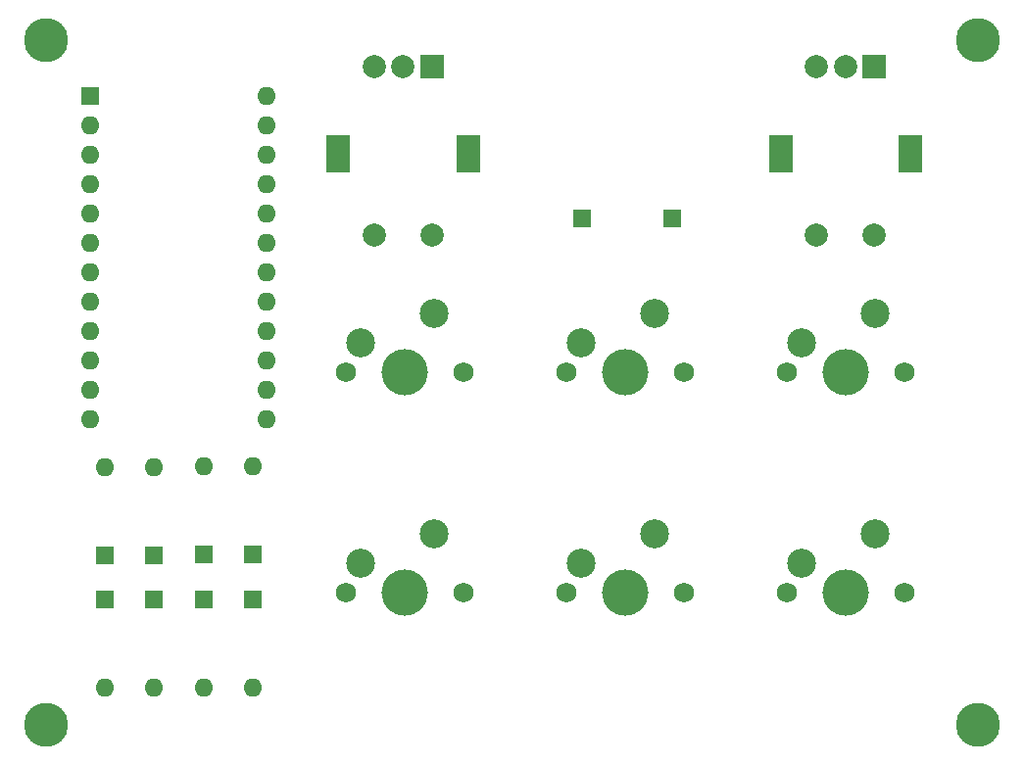
<source format=gbr>
%TF.GenerationSoftware,KiCad,Pcbnew,6.0.11-2627ca5db0~126~ubuntu22.04.1*%
%TF.CreationDate,2023-02-26T22:25:55+07:00*%
%TF.ProjectId,macro,6d616372-6f2e-46b6-9963-61645f706362,rev?*%
%TF.SameCoordinates,Original*%
%TF.FileFunction,Soldermask,Bot*%
%TF.FilePolarity,Negative*%
%FSLAX46Y46*%
G04 Gerber Fmt 4.6, Leading zero omitted, Abs format (unit mm)*
G04 Created by KiCad (PCBNEW 6.0.11-2627ca5db0~126~ubuntu22.04.1) date 2023-02-26 22:25:55*
%MOMM*%
%LPD*%
G01*
G04 APERTURE LIST*
%ADD10C,1.750000*%
%ADD11C,4.000000*%
%ADD12C,2.500000*%
%ADD13R,1.600000X1.600000*%
%ADD14O,1.600000X1.600000*%
%ADD15C,2.000000*%
%ADD16R,2.000000X3.200000*%
%ADD17R,2.000000X2.000000*%
%ADD18C,3.800000*%
%ADD19R,1.500000X1.500000*%
G04 APERTURE END LIST*
D10*
%TO.C,K6*%
X128055000Y-133425000D03*
X117895000Y-133425000D03*
D11*
X122975000Y-133425000D03*
D12*
X119165000Y-130885000D03*
X125515000Y-128345000D03*
%TD*%
D13*
%TO.C,D1*%
X67500000Y-130160000D03*
D14*
X67500000Y-122540000D03*
%TD*%
D13*
%TO.C,U1*%
X57680000Y-90520000D03*
D14*
X57680000Y-93060000D03*
X57680000Y-95600000D03*
X57680000Y-98140000D03*
X57680000Y-100680000D03*
X57680000Y-103220000D03*
X57680000Y-105760000D03*
X57680000Y-108300000D03*
X57680000Y-110840000D03*
X57680000Y-113380000D03*
X57680000Y-115920000D03*
X57680000Y-118460000D03*
X72920000Y-118460000D03*
X72920000Y-115920000D03*
X72920000Y-113380000D03*
X72920000Y-110840000D03*
X72920000Y-108300000D03*
X72920000Y-105760000D03*
X72920000Y-103220000D03*
X72920000Y-100680000D03*
X72920000Y-98140000D03*
X72920000Y-95600000D03*
X72920000Y-93060000D03*
X72920000Y-90520000D03*
%TD*%
D13*
%TO.C,D5*%
X67500000Y-134025000D03*
D14*
X67500000Y-141645000D03*
%TD*%
D15*
%TO.C,RE2*%
X125480000Y-102500000D03*
X120480000Y-102500000D03*
D16*
X117380000Y-95500000D03*
X128580000Y-95500000D03*
D15*
X122980000Y-88000000D03*
X120480000Y-88000000D03*
D17*
X125480000Y-88000000D03*
%TD*%
D10*
%TO.C,K1*%
X89955000Y-114375000D03*
D11*
X84875000Y-114375000D03*
D10*
X79795000Y-114375000D03*
D12*
X81065000Y-111835000D03*
X87415000Y-109295000D03*
%TD*%
D10*
%TO.C,K2*%
X109005000Y-114375000D03*
X98845000Y-114375000D03*
D11*
X103925000Y-114375000D03*
D12*
X100115000Y-111835000D03*
X106465000Y-109295000D03*
%TD*%
D10*
%TO.C,K3*%
X128055000Y-114375000D03*
X117895000Y-114375000D03*
D11*
X122975000Y-114375000D03*
D12*
X119165000Y-111835000D03*
X125515000Y-109295000D03*
%TD*%
D13*
%TO.C,D3*%
X58975000Y-134050000D03*
D14*
X58975000Y-141670000D03*
%TD*%
D10*
%TO.C,K5*%
X98845000Y-133425000D03*
X109005000Y-133425000D03*
D11*
X103925000Y-133425000D03*
D12*
X100115000Y-130885000D03*
X106465000Y-128345000D03*
%TD*%
D13*
%TO.C,D_re1*%
X63250000Y-130170000D03*
D14*
X63250000Y-122550000D03*
%TD*%
D13*
%TO.C,D_re2*%
X59000000Y-130185000D03*
D14*
X59000000Y-122565000D03*
%TD*%
D18*
%TO.C,*%
X134400000Y-85650000D03*
%TD*%
%TO.C,REF\u002A\u002A*%
X53925000Y-144850000D03*
%TD*%
%TO.C,REF\u002A\u002A*%
X53925000Y-85650000D03*
%TD*%
D13*
%TO.C,D4*%
X71750000Y-134040000D03*
D14*
X71750000Y-141660000D03*
%TD*%
D13*
%TO.C,D6*%
X63250000Y-134025000D03*
D14*
X63250000Y-141645000D03*
%TD*%
D10*
%TO.C,K4*%
X89955000Y-133425000D03*
D11*
X84875000Y-133425000D03*
D10*
X79795000Y-133425000D03*
D12*
X81065000Y-130885000D03*
X87415000Y-128345000D03*
%TD*%
D13*
%TO.C,D2*%
X71750000Y-130160000D03*
D14*
X71750000Y-122540000D03*
%TD*%
D18*
%TO.C,REF\u002A\u002A*%
X134400000Y-144850000D03*
%TD*%
D15*
%TO.C,RE1*%
X87250000Y-102500000D03*
X82250000Y-102500000D03*
D16*
X90350000Y-95500000D03*
X79150000Y-95500000D03*
D15*
X84750000Y-88000000D03*
X82250000Y-88000000D03*
D17*
X87250000Y-88000000D03*
%TD*%
D19*
%TO.C,SW1*%
X100200000Y-101100000D03*
X108000000Y-101100000D03*
%TD*%
M02*

</source>
